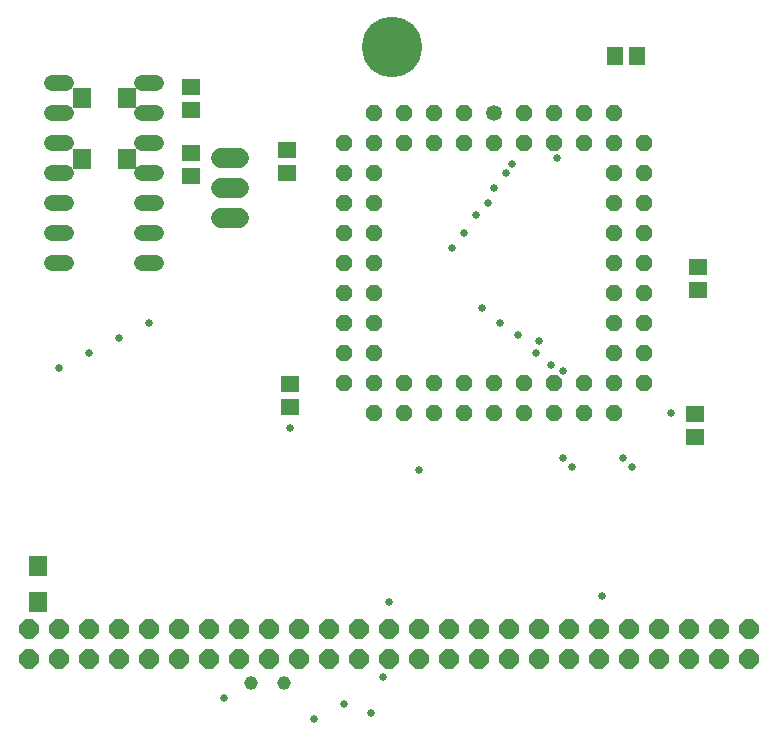
<source format=gbr>
G04 EAGLE Gerber RS-274X export*
G75*
%MOMM*%
%FSLAX34Y34*%
%LPD*%
%INSoldermask Top*%
%IPPOS*%
%AMOC8*
5,1,8,0,0,1.08239X$1,22.5*%
G01*
%ADD10C,5.127000*%
%ADD11P,1.787026X8X22.500000*%
%ADD12C,1.346200*%
%ADD13P,1.457113X8X22.500000*%
%ADD14R,1.527000X1.727000*%
%ADD15R,1.627000X1.427000*%
%ADD16R,1.427000X1.627000*%
%ADD17R,1.627000X1.727000*%
%ADD18C,1.346200*%
%ADD19C,1.651000*%
%ADD20C,1.177000*%
%ADD21C,0.652000*%


D10*
X345440Y607060D03*
D11*
X520700Y88900D03*
X495300Y88900D03*
X469900Y88900D03*
X444500Y88900D03*
X419100Y88900D03*
X393700Y88900D03*
X368300Y88900D03*
X342900Y88900D03*
X317500Y88900D03*
X292100Y88900D03*
X266700Y88900D03*
X241300Y88900D03*
X215900Y88900D03*
X190500Y88900D03*
X165100Y88900D03*
X139700Y88900D03*
X114300Y88900D03*
X88900Y88900D03*
X63500Y88900D03*
X38100Y88900D03*
X38100Y114300D03*
X63500Y114300D03*
X88900Y114300D03*
X114300Y114300D03*
X139700Y114300D03*
X165100Y114300D03*
X190500Y114300D03*
X215900Y114300D03*
X241300Y114300D03*
X266700Y114300D03*
X292100Y114300D03*
X317500Y114300D03*
X342900Y114300D03*
X368300Y114300D03*
X393700Y114300D03*
X419100Y114300D03*
X444500Y114300D03*
X469900Y114300D03*
X495300Y114300D03*
X520700Y114300D03*
X647700Y88900D03*
X622300Y88900D03*
X596900Y88900D03*
X571500Y88900D03*
X546100Y88900D03*
X546100Y114300D03*
X571500Y114300D03*
X596900Y114300D03*
X622300Y114300D03*
X647700Y114300D03*
D12*
X431800Y551180D03*
D13*
X431800Y525780D03*
X406400Y551180D03*
X406400Y525780D03*
X381000Y551180D03*
X381000Y525780D03*
X355600Y551180D03*
X355600Y525780D03*
X330200Y551180D03*
X304800Y525780D03*
X330200Y525780D03*
X304800Y500380D03*
X330200Y500380D03*
X304800Y474980D03*
X330200Y474980D03*
X304800Y449580D03*
X330200Y449580D03*
X304800Y424180D03*
X330200Y424180D03*
X304800Y398780D03*
X330200Y398780D03*
X304800Y373380D03*
X330200Y373380D03*
X304800Y347980D03*
X330200Y347980D03*
X304800Y322580D03*
X330200Y297180D03*
X330200Y322580D03*
X355600Y297180D03*
X355600Y322580D03*
X381000Y297180D03*
X381000Y322580D03*
X406400Y297180D03*
X406400Y322580D03*
X431800Y297180D03*
X431800Y322580D03*
X457200Y297180D03*
X457200Y322580D03*
X482600Y297180D03*
X482600Y322580D03*
X508000Y297180D03*
X508000Y322580D03*
X533400Y297180D03*
X558800Y322580D03*
X533400Y322580D03*
X558800Y347980D03*
X533400Y347980D03*
X558800Y373380D03*
X533400Y373380D03*
X558800Y398780D03*
X533400Y398780D03*
X558800Y424180D03*
X533400Y424180D03*
X558800Y449580D03*
X533400Y449580D03*
X558800Y474980D03*
X533400Y474980D03*
X558800Y500380D03*
X533400Y500380D03*
X558800Y525780D03*
X533400Y551180D03*
X533400Y525780D03*
X508000Y551180D03*
X508000Y525780D03*
X482600Y551180D03*
X482600Y525780D03*
X457200Y551180D03*
X457200Y525780D03*
D14*
X45720Y137640D03*
X45720Y167640D03*
D15*
X256540Y520040D03*
X256540Y501040D03*
X259080Y302920D03*
X259080Y321920D03*
X601980Y296520D03*
X601980Y277520D03*
X604520Y420980D03*
X604520Y401980D03*
D16*
X534060Y599440D03*
X553060Y599440D03*
D15*
X175260Y573380D03*
X175260Y554380D03*
X175260Y517500D03*
X175260Y498500D03*
D17*
X82600Y563980D03*
X82600Y512980D03*
X120600Y512980D03*
X120600Y563980D03*
D18*
X69596Y576580D02*
X57404Y576580D01*
X57404Y551180D02*
X69596Y551180D01*
X69596Y474980D02*
X57404Y474980D01*
X57404Y449580D02*
X69596Y449580D01*
X69596Y525780D02*
X57404Y525780D01*
X57404Y500380D02*
X69596Y500380D01*
X69596Y424180D02*
X57404Y424180D01*
X133604Y424180D02*
X145796Y424180D01*
X145796Y449580D02*
X133604Y449580D01*
X133604Y474980D02*
X145796Y474980D01*
X145796Y500380D02*
X133604Y500380D01*
X133604Y525780D02*
X145796Y525780D01*
X145796Y551180D02*
X133604Y551180D01*
X133604Y576580D02*
X145796Y576580D01*
D19*
X200660Y513080D02*
X215900Y513080D01*
X215900Y487680D02*
X200660Y487680D01*
X200660Y462280D02*
X215900Y462280D01*
D20*
X226060Y68580D03*
X254000Y68580D03*
D21*
X259080Y284480D03*
X581660Y297180D03*
X337820Y73660D03*
X480060Y337820D03*
X63500Y335280D03*
X88900Y347980D03*
X114300Y360680D03*
X139700Y373380D03*
X327660Y43180D03*
X523240Y142240D03*
X490220Y332740D03*
X497840Y251460D03*
X548640Y251460D03*
X469900Y358140D03*
X490220Y259080D03*
X541020Y259080D03*
X467360Y347980D03*
X452120Y363220D03*
X436880Y373380D03*
X421640Y386080D03*
X368300Y248920D03*
X279400Y38100D03*
X304800Y50800D03*
X203200Y55880D03*
X342900Y137160D03*
X485140Y513080D03*
X447040Y508000D03*
X441960Y500380D03*
X431800Y487680D03*
X426720Y474980D03*
X416560Y464820D03*
X406400Y449580D03*
X396240Y436880D03*
M02*

</source>
